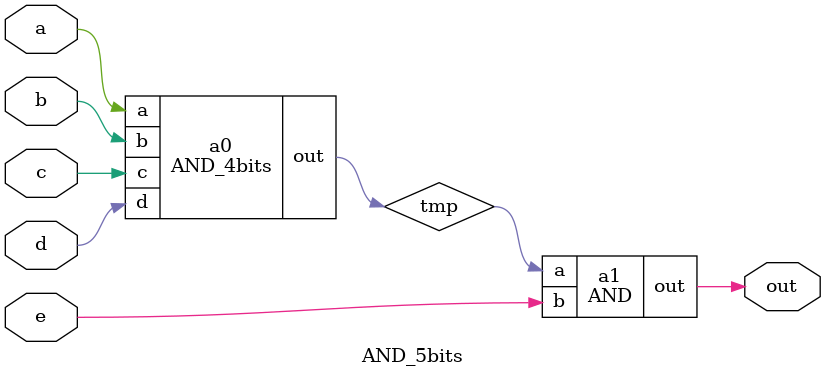
<source format=v>
`timescale 1ns/1ps

module Multiplier_4bit(a, b, p);
input [3:0] a, b;
output [7:0] p;
wire [3:0] m0, m1, m2, m3;
wire [3:0] sum0, sum1;
wire cout0, cout1;
AND a0[3:0] ({b[0], b[0], b[0], b[0]}, a, m0);
BUF b0(m0[0], p[0]);

AND a1[3:0] ({b[1], b[1], b[1], b[1]}, a, m1);
full_adder4_bits fa0({1'b0 ,m0[3:1]}, m1, 1'b0, sum0, cout0);
BUF b1(sum0[0], p[1]);

AND a2[3:0] ({b[2], b[2], b[2], b[2]}, a, m2);
full_adder4_bits fa1({cout0, sum0[3:1]}, m2, 1'b0, sum1, cout1);
BUF b2(sum1[0], p[2]);

AND a3[3:0] ({b[3], b[3], b[3], b[3]}, a, m3);
full_adder4_bits fa2({cout1, sum1[3:1]}, m3, 1'b0, p[6:3], p[7]);

endmodule

module half_adder_1bit(a, b, cin, p, g);
input a, b, cin;
output p, g;
//propagating function
XOR x0(a, b, p);
//generating function
AND a0(a, b, g);
endmodule

module full_adder4_bits(a, b, cin0, sum, cout);
input [3:0] a, b;
input cin0;
output [3:0] sum;
output cout;
wire [3:0] cin, p, g;
BUF b0(cin0, cin[0]);
half_adder_1bit ha[3:0] (a, b, cin, p, g);
calculate_sum cs[3:0] (cin, p, sum);
CLA_Gen4_bits CLA(p, g, cin[0], cin[3:1], cout);
endmodule

module calculate_sum(cin, p, sum);
input cin, p;
output sum;
XOR x0(cin, p, sum);
endmodule

module CLA_Gen4_bits(p, g, cin0, outc, cout);
input [3:0] p, g;
input cin0;
output [2:0] outc;
output cout;
wire [9:0] tmp;

AND a0(p[0], cin0, tmp[0]);
OR or0(tmp[0], g[0], outc[0]);

AND a1(p[1], g[0], tmp[1]);
AND_3bits a2(cin0, p[0], p[1], tmp[2]);
OR_3bits or1(tmp[1], tmp[2], g[1], outc[1]);

AND a3(p[2], g[1], tmp[3]);
AND_3bits a4(p[2], p[1], g[0], tmp[4]);
AND_4bits a5(cin0, p[0], p[1], p[2], tmp[5]);
OR_4bits or2(tmp[3], tmp[4], tmp[5], g[2], outc[2]);

AND a6(p[3], g[2], tmp[6]);
AND_3bits a7(p[3], p[2], g[1], tmp[7]);
AND_4bits a8(p[3], p[2], p[1], g[0], tmp[8]);
AND_5bits a9(p[3], p[2], p[1], p[0], cin0, tmp[9]);
OR_5bits or3(tmp[6], tmp[7], tmp[8], tmp[9], g[3], cout);

endmodule

module BUF(a, out);
input a;
output out;
wire tmp;
NOT n0(a, tmp);
NOT n1(tmp, out);
endmodule

module NOT(a, out);
input a;
output out;
nand not0(out, a, a);
endmodule

module XOR(a, b, out);
input a, b;
output out;
wire a_inv, b_inv, temp0, temp1;
NOT not0(a, a_inv);
NOT not1(b, b_inv);
AND and0(a, b_inv, temp0);
AND and1(a_inv, b, temp1);
OR or0(temp0, temp1, out);
endmodule

module OR(a, b, out);
input a, b;
output out;
wire temp1, temp2;
nand or0(temp1, a, a);
nand or1(temp2, b, b);
nand or2(out, temp1, temp2);
endmodule

module OR_3bits(a, b, c, out);
input a, b, c;
output out;
wire temp1;
OR or0(a, b, temp1);
OR or1(temp1, c, out);
endmodule

module OR_4bits(a, b, c, d, out);
input a, b, c, d;
output out;
wire temp1;
OR_3bits or0(a, b, c, temp1);
OR or1(temp1, d, out);
endmodule

module OR_5bits(a, b, c, d, e, out);
input a, b, c, d, e;
output out;
wire temp1;
OR_4bits or0(a, b, c, d, temp1);
OR or1(temp1, e, out);
endmodule

module AND(a, b, out);
input a, b;
output out;
wire temp0;
nand and0(temp0, a, b);
nand and1(out, temp0, temp0);
endmodule

module AND_3bits(a, b, c, out);
input a, b, c;
output out;
wire tmp;
AND a0(a, b, tmp);
AND a1(tmp, c, out);
endmodule

module AND_4bits(a, b, c, d, out);
input a, b, c, d;
output out;
wire tmp;
AND_3bits a0 (a, b, c, tmp);
AND a1 (tmp, d, out); 
endmodule

module AND_5bits(a, b, c, d, e, out);
input a, b, c, d, e;
output out;
wire tmp;
AND_4bits a0 (a, b, c, d, tmp);
AND a1(tmp, e, out);
endmodule
</source>
